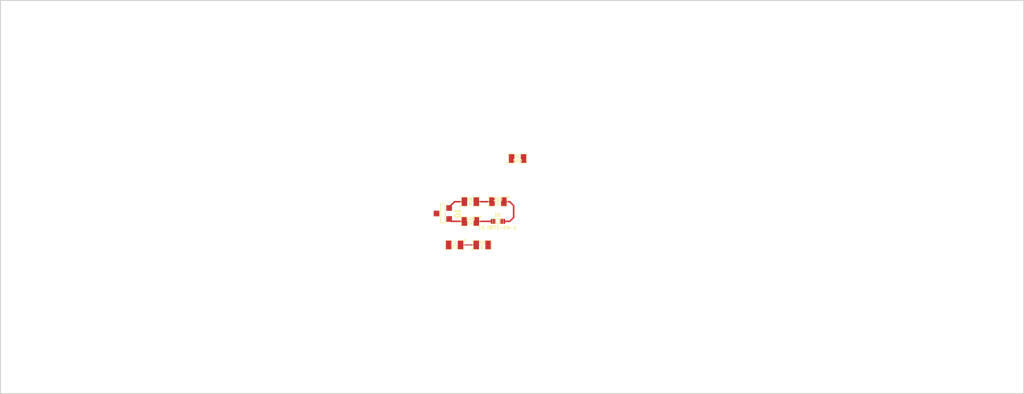
<source format=kicad_pcb>
(kicad_pcb (version 3) (host pcbnew "(2013-07-07 BZR 4022)-stable")

  (general
    (links 6)
    (no_connects 0)
    (area 136.195999 95.682999 301.446001 159.333001)
    (thickness 1.6)
    (drawings 4)
    (tracks 13)
    (zones 0)
    (modules 8)
    (nets 12)
  )

  (page USLedger)
  (title_block 
    (title BenchBudEE)
    (rev A)
    (company "Contextual Electronics")
  )

  (layers
    (15 F.Cu signal)
    (2 PWR power)
    (1 GND power)
    (0 B.Cu signal)
    (16 B.Adhes user)
    (17 F.Adhes user)
    (18 B.Paste user)
    (19 F.Paste user)
    (20 B.SilkS user)
    (21 F.SilkS user)
    (22 B.Mask user)
    (23 F.Mask user)
    (28 Edge.Cuts user)
  )

  (setup
    (last_trace_width 0.1524)
    (user_trace_width 0.1524)
    (trace_clearance 0.254)
    (zone_clearance 0.508)
    (zone_45_only no)
    (trace_min 0.1524)
    (segment_width 0.2)
    (edge_width 0.15)
    (via_size 0.889)
    (via_drill 0.635)
    (via_min_size 0.508)
    (via_min_drill 0.3302)
    (user_via 0.508 0.3302)
    (uvia_size 0.508)
    (uvia_drill 0.127)
    (uvias_allowed no)
    (uvia_min_size 0.381)
    (uvia_min_drill 0.127)
    (pcb_text_width 0.3)
    (pcb_text_size 1 1)
    (mod_edge_width 0.15)
    (mod_text_size 1 1)
    (mod_text_width 0.15)
    (pad_size 1 1)
    (pad_drill 0.6)
    (pad_to_mask_clearance 0.254)
    (solder_mask_min_width 0.127)
    (aux_axis_origin 0 0)
    (visible_elements 7FFFFFFF)
    (pcbplotparams
      (layerselection 3178497)
      (usegerberextensions true)
      (excludeedgelayer true)
      (linewidth 0.150000)
      (plotframeref false)
      (viasonmask false)
      (mode 1)
      (useauxorigin false)
      (hpglpennumber 1)
      (hpglpenspeed 20)
      (hpglpendiameter 15)
      (hpglpenoverlay 2)
      (psnegative false)
      (psa4output false)
      (plotreference true)
      (plotvalue true)
      (plotothertext true)
      (plotinvisibletext false)
      (padsonsilk false)
      (subtractmaskfromsilk false)
      (outputformat 1)
      (mirror false)
      (drillshape 1)
      (scaleselection 1)
      (outputdirectory ""))
  )

  (net 0 "")
  (net 1 +12P)
  (net 2 /Arduino/RELAY-)
  (net 3 GND)
  (net 4 N-0000084)
  (net 5 N-0000085)
  (net 6 N-0000086)
  (net 7 N-0000087)
  (net 8 N-0000088)
  (net 9 N-0000089)
  (net 10 N-0000090)
  (net 11 N-0000091)

  (net_class Default "This is the default net class."
    (clearance 0.254)
    (trace_width 0.254)
    (via_dia 0.889)
    (via_drill 0.635)
    (uvia_dia 0.508)
    (uvia_drill 0.127)
    (add_net "")
    (add_net +12P)
    (add_net /Arduino/RELAY-)
    (add_net GND)
    (add_net N-0000084)
    (add_net N-0000085)
    (add_net N-0000086)
    (add_net N-0000087)
    (add_net N-0000088)
    (add_net N-0000089)
    (add_net N-0000090)
    (add_net N-0000091)
  )

  (module SOT23EBC (layer F.Cu) (tedit 3F980186) (tstamp 5313DA5A)
    (at 207.645 130.175 270)
    (descr "Module CMS SOT23 Transistore EBC")
    (tags "CMS SOT")
    (path /522FEAC6/523B9952)
    (attr smd)
    (fp_text reference Q1 (at 0 -2.413 270) (layer F.SilkS)
      (effects (font (size 0.762 0.762) (thickness 0.2032)))
    )
    (fp_text value 2N3904 (at 0 0 270) (layer F.SilkS) hide
      (effects (font (size 0.762 0.762) (thickness 0.2032)))
    )
    (fp_line (start -1.524 -0.381) (end 1.524 -0.381) (layer F.SilkS) (width 0.127))
    (fp_line (start 1.524 -0.381) (end 1.524 0.381) (layer F.SilkS) (width 0.127))
    (fp_line (start 1.524 0.381) (end -1.524 0.381) (layer F.SilkS) (width 0.127))
    (fp_line (start -1.524 0.381) (end -1.524 -0.381) (layer F.SilkS) (width 0.127))
    (pad 1 smd rect (at -0.889 -1.016 270) (size 0.9144 0.9144)
      (layers F.Cu F.Paste F.Mask)
      (net 9 N-0000089)
    )
    (pad 2 smd rect (at 0.889 -1.016 270) (size 0.9144 0.9144)
      (layers F.Cu F.Paste F.Mask)
      (net 5 N-0000085)
    )
    (pad 3 smd rect (at 0 1.016 270) (size 0.9144 0.9144)
      (layers F.Cu F.Paste F.Mask)
      (net 8 N-0000088)
    )
    (model smd/cms_sot23.wrl
      (at (xyz 0 0 0))
      (scale (xyz 0.13 0.15 0.15))
      (rotate (xyz 0 0 0))
    )
  )

  (module SM0805 (layer F.Cu) (tedit 5091495C) (tstamp 5313DA67)
    (at 219.71 121.285)
    (path /522FEAC6/523BA070)
    (attr smd)
    (fp_text reference R1 (at 0 -0.3175) (layer F.SilkS)
      (effects (font (size 0.50038 0.50038) (thickness 0.10922)))
    )
    (fp_text value 500 (at 0 0.381) (layer F.SilkS)
      (effects (font (size 0.50038 0.50038) (thickness 0.10922)))
    )
    (fp_circle (center -1.651 0.762) (end -1.651 0.635) (layer F.SilkS) (width 0.09906))
    (fp_line (start -0.508 0.762) (end -1.524 0.762) (layer F.SilkS) (width 0.09906))
    (fp_line (start -1.524 0.762) (end -1.524 -0.762) (layer F.SilkS) (width 0.09906))
    (fp_line (start -1.524 -0.762) (end -0.508 -0.762) (layer F.SilkS) (width 0.09906))
    (fp_line (start 0.508 -0.762) (end 1.524 -0.762) (layer F.SilkS) (width 0.09906))
    (fp_line (start 1.524 -0.762) (end 1.524 0.762) (layer F.SilkS) (width 0.09906))
    (fp_line (start 1.524 0.762) (end 0.508 0.762) (layer F.SilkS) (width 0.09906))
    (pad 1 smd rect (at -0.9525 0) (size 0.889 1.397)
      (layers F.Cu F.Paste F.Mask)
      (net 2 /Arduino/RELAY-)
    )
    (pad 2 smd rect (at 0.9525 0) (size 0.889 1.397)
      (layers F.Cu F.Paste F.Mask)
      (net 6 N-0000086)
    )
    (model smd/chip_cms.wrl
      (at (xyz 0 0 0))
      (scale (xyz 0.1 0.1 0.1))
      (rotate (xyz 0 0 0))
    )
  )

  (module SM0805 (layer F.Cu) (tedit 5091495C) (tstamp 5313DA74)
    (at 209.55 135.255 180)
    (path /522FEAC6/523BA005)
    (attr smd)
    (fp_text reference R3 (at 0 -0.3175 180) (layer F.SilkS)
      (effects (font (size 0.50038 0.50038) (thickness 0.10922)))
    )
    (fp_text value 0 (at 0 0.381 180) (layer F.SilkS)
      (effects (font (size 0.50038 0.50038) (thickness 0.10922)))
    )
    (fp_circle (center -1.651 0.762) (end -1.651 0.635) (layer F.SilkS) (width 0.09906))
    (fp_line (start -0.508 0.762) (end -1.524 0.762) (layer F.SilkS) (width 0.09906))
    (fp_line (start -1.524 0.762) (end -1.524 -0.762) (layer F.SilkS) (width 0.09906))
    (fp_line (start -1.524 -0.762) (end -0.508 -0.762) (layer F.SilkS) (width 0.09906))
    (fp_line (start 0.508 -0.762) (end 1.524 -0.762) (layer F.SilkS) (width 0.09906))
    (fp_line (start 1.524 -0.762) (end 1.524 0.762) (layer F.SilkS) (width 0.09906))
    (fp_line (start 1.524 0.762) (end 0.508 0.762) (layer F.SilkS) (width 0.09906))
    (pad 1 smd rect (at -0.9525 0 180) (size 0.889 1.397)
      (layers F.Cu F.Paste F.Mask)
      (net 1 +12P)
    )
    (pad 2 smd rect (at 0.9525 0 180) (size 0.889 1.397)
      (layers F.Cu F.Paste F.Mask)
      (net 7 N-0000087)
    )
    (model smd/chip_cms.wrl
      (at (xyz 0 0 0))
      (scale (xyz 0.1 0.1 0.1))
      (rotate (xyz 0 0 0))
    )
  )

  (module SM0805 (layer F.Cu) (tedit 5091495C) (tstamp 5313DA81)
    (at 216.535 128.27 180)
    (path /522FEAC6/523B9FD6)
    (attr smd)
    (fp_text reference R2 (at 0 -0.3175 180) (layer F.SilkS)
      (effects (font (size 0.50038 0.50038) (thickness 0.10922)))
    )
    (fp_text value 200 (at 0 0.381 180) (layer F.SilkS)
      (effects (font (size 0.50038 0.50038) (thickness 0.10922)))
    )
    (fp_circle (center -1.651 0.762) (end -1.651 0.635) (layer F.SilkS) (width 0.09906))
    (fp_line (start -0.508 0.762) (end -1.524 0.762) (layer F.SilkS) (width 0.09906))
    (fp_line (start -1.524 0.762) (end -1.524 -0.762) (layer F.SilkS) (width 0.09906))
    (fp_line (start -1.524 -0.762) (end -0.508 -0.762) (layer F.SilkS) (width 0.09906))
    (fp_line (start 0.508 -0.762) (end 1.524 -0.762) (layer F.SilkS) (width 0.09906))
    (fp_line (start 1.524 -0.762) (end 1.524 0.762) (layer F.SilkS) (width 0.09906))
    (fp_line (start 1.524 0.762) (end 0.508 0.762) (layer F.SilkS) (width 0.09906))
    (pad 1 smd rect (at -0.9525 0 180) (size 0.889 1.397)
      (layers F.Cu F.Paste F.Mask)
      (net 10 N-0000090)
    )
    (pad 2 smd rect (at 0.9525 0 180) (size 0.889 1.397)
      (layers F.Cu F.Paste F.Mask)
      (net 3 GND)
    )
    (model smd/chip_cms.wrl
      (at (xyz 0 0 0))
      (scale (xyz 0.1 0.1 0.1))
      (rotate (xyz 0 0 0))
    )
  )

  (module SM0805 (layer F.Cu) (tedit 5091495C) (tstamp 5313DA8E)
    (at 212.09 128.27)
    (path /522FEAC6/523B9FA5)
    (attr smd)
    (fp_text reference R6 (at 0 -0.3175) (layer F.SilkS)
      (effects (font (size 0.50038 0.50038) (thickness 0.10922)))
    )
    (fp_text value 0 (at 0 0.381) (layer F.SilkS)
      (effects (font (size 0.50038 0.50038) (thickness 0.10922)))
    )
    (fp_circle (center -1.651 0.762) (end -1.651 0.635) (layer F.SilkS) (width 0.09906))
    (fp_line (start -0.508 0.762) (end -1.524 0.762) (layer F.SilkS) (width 0.09906))
    (fp_line (start -1.524 0.762) (end -1.524 -0.762) (layer F.SilkS) (width 0.09906))
    (fp_line (start -1.524 -0.762) (end -0.508 -0.762) (layer F.SilkS) (width 0.09906))
    (fp_line (start 0.508 -0.762) (end 1.524 -0.762) (layer F.SilkS) (width 0.09906))
    (fp_line (start 1.524 -0.762) (end 1.524 0.762) (layer F.SilkS) (width 0.09906))
    (fp_line (start 1.524 0.762) (end 0.508 0.762) (layer F.SilkS) (width 0.09906))
    (pad 1 smd rect (at -0.9525 0) (size 0.889 1.397)
      (layers F.Cu F.Paste F.Mask)
      (net 9 N-0000089)
    )
    (pad 2 smd rect (at 0.9525 0) (size 0.889 1.397)
      (layers F.Cu F.Paste F.Mask)
      (net 3 GND)
    )
    (model smd/chip_cms.wrl
      (at (xyz 0 0 0))
      (scale (xyz 0.1 0.1 0.1))
      (rotate (xyz 0 0 0))
    )
  )

  (module SM0805 (layer F.Cu) (tedit 5091495C) (tstamp 5313DA9B)
    (at 212.09 131.445 180)
    (path /522FEAC6/523B9943)
    (attr smd)
    (fp_text reference R4 (at 0 -0.3175 180) (layer F.SilkS)
      (effects (font (size 0.50038 0.50038) (thickness 0.10922)))
    )
    (fp_text value 100 (at 0 0.381 180) (layer F.SilkS)
      (effects (font (size 0.50038 0.50038) (thickness 0.10922)))
    )
    (fp_circle (center -1.651 0.762) (end -1.651 0.635) (layer F.SilkS) (width 0.09906))
    (fp_line (start -0.508 0.762) (end -1.524 0.762) (layer F.SilkS) (width 0.09906))
    (fp_line (start -1.524 0.762) (end -1.524 -0.762) (layer F.SilkS) (width 0.09906))
    (fp_line (start -1.524 -0.762) (end -0.508 -0.762) (layer F.SilkS) (width 0.09906))
    (fp_line (start 0.508 -0.762) (end 1.524 -0.762) (layer F.SilkS) (width 0.09906))
    (fp_line (start 1.524 -0.762) (end 1.524 0.762) (layer F.SilkS) (width 0.09906))
    (fp_line (start 1.524 0.762) (end 0.508 0.762) (layer F.SilkS) (width 0.09906))
    (pad 1 smd rect (at -0.9525 0 180) (size 0.889 1.397)
      (layers F.Cu F.Paste F.Mask)
      (net 11 N-0000091)
    )
    (pad 2 smd rect (at 0.9525 0 180) (size 0.889 1.397)
      (layers F.Cu F.Paste F.Mask)
      (net 5 N-0000085)
    )
    (model smd/chip_cms.wrl
      (at (xyz 0 0 0))
      (scale (xyz 0.1 0.1 0.1))
      (rotate (xyz 0 0 0))
    )
  )

  (module SM0805 (layer F.Cu) (tedit 5091495C) (tstamp 5313DAA8)
    (at 213.995 135.255)
    (path /522FEAC6/52561128)
    (attr smd)
    (fp_text reference R5 (at 0 -0.3175) (layer F.SilkS)
      (effects (font (size 0.50038 0.50038) (thickness 0.10922)))
    )
    (fp_text value 0 (at 0 0.381) (layer F.SilkS)
      (effects (font (size 0.50038 0.50038) (thickness 0.10922)))
    )
    (fp_circle (center -1.651 0.762) (end -1.651 0.635) (layer F.SilkS) (width 0.09906))
    (fp_line (start -0.508 0.762) (end -1.524 0.762) (layer F.SilkS) (width 0.09906))
    (fp_line (start -1.524 0.762) (end -1.524 -0.762) (layer F.SilkS) (width 0.09906))
    (fp_line (start -1.524 -0.762) (end -0.508 -0.762) (layer F.SilkS) (width 0.09906))
    (fp_line (start 0.508 -0.762) (end 1.524 -0.762) (layer F.SilkS) (width 0.09906))
    (fp_line (start 1.524 -0.762) (end 1.524 0.762) (layer F.SilkS) (width 0.09906))
    (fp_line (start 1.524 0.762) (end 0.508 0.762) (layer F.SilkS) (width 0.09906))
    (pad 1 smd rect (at -0.9525 0) (size 0.889 1.397)
      (layers F.Cu F.Paste F.Mask)
      (net 1 +12P)
    )
    (pad 2 smd rect (at 0.9525 0) (size 0.889 1.397)
      (layers F.Cu F.Paste F.Mask)
      (net 4 N-0000084)
    )
    (model smd/chip_cms.wrl
      (at (xyz 0 0 0))
      (scale (xyz 0.1 0.1 0.1))
      (rotate (xyz 0 0 0))
    )
  )

  (module LED-0603 (layer F.Cu) (tedit 4E16AFB4) (tstamp 5313DAC4)
    (at 216.535 131.445)
    (descr "LED 0603 smd package")
    (tags "LED led 0603 SMD smd SMT smt smdled SMDLED smtled SMTLED")
    (path /522FEAC6/523B9961)
    (attr smd)
    (fp_text reference D1 (at 0 -1.016) (layer F.SilkS)
      (effects (font (size 0.508 0.508) (thickness 0.127)))
    )
    (fp_text value "LG Q971-KN-1" (at 0 1.016) (layer F.SilkS)
      (effects (font (size 0.508 0.508) (thickness 0.127)))
    )
    (fp_line (start 0.44958 -0.44958) (end 0.44958 0.44958) (layer F.SilkS) (width 0.06604))
    (fp_line (start 0.44958 0.44958) (end 0.84836 0.44958) (layer F.SilkS) (width 0.06604))
    (fp_line (start 0.84836 -0.44958) (end 0.84836 0.44958) (layer F.SilkS) (width 0.06604))
    (fp_line (start 0.44958 -0.44958) (end 0.84836 -0.44958) (layer F.SilkS) (width 0.06604))
    (fp_line (start -0.84836 -0.44958) (end -0.84836 0.44958) (layer F.SilkS) (width 0.06604))
    (fp_line (start -0.84836 0.44958) (end -0.44958 0.44958) (layer F.SilkS) (width 0.06604))
    (fp_line (start -0.44958 -0.44958) (end -0.44958 0.44958) (layer F.SilkS) (width 0.06604))
    (fp_line (start -0.84836 -0.44958) (end -0.44958 -0.44958) (layer F.SilkS) (width 0.06604))
    (fp_line (start 0 -0.44958) (end 0 -0.29972) (layer F.SilkS) (width 0.06604))
    (fp_line (start 0 -0.29972) (end 0.29972 -0.29972) (layer F.SilkS) (width 0.06604))
    (fp_line (start 0.29972 -0.44958) (end 0.29972 -0.29972) (layer F.SilkS) (width 0.06604))
    (fp_line (start 0 -0.44958) (end 0.29972 -0.44958) (layer F.SilkS) (width 0.06604))
    (fp_line (start 0 0.29972) (end 0 0.44958) (layer F.SilkS) (width 0.06604))
    (fp_line (start 0 0.44958) (end 0.29972 0.44958) (layer F.SilkS) (width 0.06604))
    (fp_line (start 0.29972 0.29972) (end 0.29972 0.44958) (layer F.SilkS) (width 0.06604))
    (fp_line (start 0 0.29972) (end 0.29972 0.29972) (layer F.SilkS) (width 0.06604))
    (fp_line (start 0 -0.14986) (end 0 0.14986) (layer F.SilkS) (width 0.06604))
    (fp_line (start 0 0.14986) (end 0.29972 0.14986) (layer F.SilkS) (width 0.06604))
    (fp_line (start 0.29972 -0.14986) (end 0.29972 0.14986) (layer F.SilkS) (width 0.06604))
    (fp_line (start 0 -0.14986) (end 0.29972 -0.14986) (layer F.SilkS) (width 0.06604))
    (fp_line (start 0.44958 -0.39878) (end -0.44958 -0.39878) (layer F.SilkS) (width 0.1016))
    (fp_line (start 0.44958 0.39878) (end -0.44958 0.39878) (layer F.SilkS) (width 0.1016))
    (pad 1 smd rect (at -0.7493 0) (size 0.79756 0.79756)
      (layers F.Cu F.Paste F.Mask)
      (net 11 N-0000091)
    )
    (pad 2 smd rect (at 0.7493 0) (size 0.79756 0.79756)
      (layers F.Cu F.Paste F.Mask)
      (net 10 N-0000090)
    )
  )

  (gr_line (start 136.271 95.758) (end 136.271 159.258) (angle 90) (layer Edge.Cuts) (width 0.15))
  (gr_line (start 301.371 95.758) (end 136.271 95.758) (angle 90) (layer Edge.Cuts) (width 0.15))
  (gr_line (start 301.371 159.258) (end 301.371 95.758) (angle 90) (layer Edge.Cuts) (width 0.15))
  (gr_line (start 136.271 159.258) (end 301.371 159.258) (angle 90) (layer Edge.Cuts) (width 0.15))

  (segment (start 210.5025 135.255) (end 213.0425 135.255) (width 0.1524) (layer F.Cu) (net 1) (status C00000))
  (segment (start 213.0425 128.27) (end 215.5825 128.27) (width 0.254) (layer F.Cu) (net 3))
  (segment (start 211.1375 131.445) (end 209.042 131.445) (width 0.254) (layer F.Cu) (net 5))
  (segment (start 209.042 131.445) (end 208.661 131.064) (width 0.254) (layer F.Cu) (net 5) (tstamp 5313DC03))
  (segment (start 208.661 129.286) (end 208.661 129.159) (width 0.254) (layer F.Cu) (net 9))
  (segment (start 209.55 128.27) (end 211.1375 128.27) (width 0.254) (layer F.Cu) (net 9) (tstamp 5313DBF6))
  (segment (start 208.661 129.159) (end 209.55 128.27) (width 0.254) (layer F.Cu) (net 9) (tstamp 5313DBF5))
  (segment (start 217.4875 128.27) (end 218.44 128.27) (width 0.254) (layer F.Cu) (net 10))
  (segment (start 218.44 131.445) (end 217.2843 131.445) (width 0.254) (layer F.Cu) (net 10) (tstamp 5313DBFE))
  (segment (start 219.075 130.81) (end 218.44 131.445) (width 0.254) (layer F.Cu) (net 10) (tstamp 5313DBFD))
  (segment (start 219.075 128.905) (end 219.075 130.81) (width 0.254) (layer F.Cu) (net 10) (tstamp 5313DBFC))
  (segment (start 218.44 128.27) (end 219.075 128.905) (width 0.254) (layer F.Cu) (net 10) (tstamp 5313DBFB))
  (segment (start 215.7857 131.445) (end 213.0425 131.445) (width 0.254) (layer F.Cu) (net 11))

)

</source>
